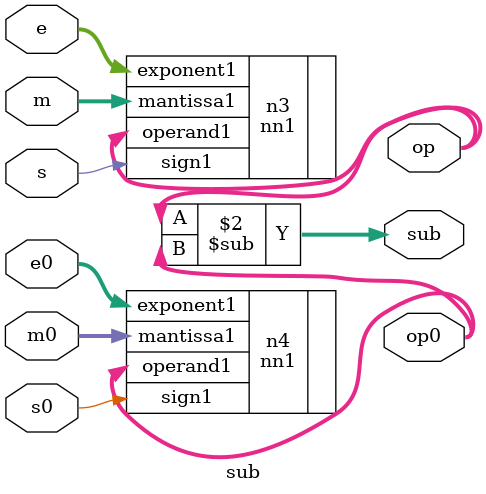
<source format=v>
`include "nn1.v"
module sub(s,s0,e,e0,m,m0,op,op0,sub);
   input s,s0;
   input [7:0]e,e0;
   input [22:0]m,m0;
   output [31:0]op,op0;
   output reg[31:0]sub;

   nn1 n3(.sign1(s),.exponent1(e),.mantissa1(m),.operand1(op));
   nn1 n4(.sign1(s0),.exponent1(e0),.mantissa1(m0),.operand1(op0));

   always @(sub,op,op0) begin
     sub=op-op0;
   end

endmodule
</source>
